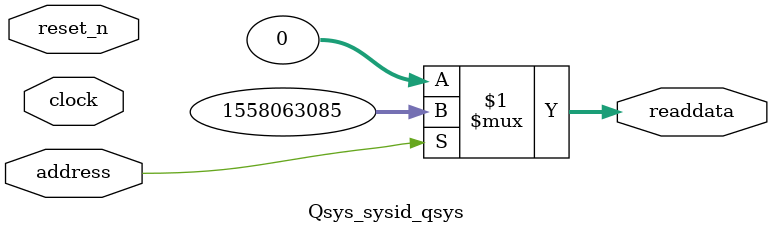
<source format=v>



// synthesis translate_off
`timescale 1ns / 1ps
// synthesis translate_on

// turn off superfluous verilog processor warnings 
// altera message_level Level1 
// altera message_off 10034 10035 10036 10037 10230 10240 10030 

module Qsys_sysid_qsys (
               // inputs:
                address,
                clock,
                reset_n,

               // outputs:
                readdata
             )
;

  output  [ 31: 0] readdata;
  input            address;
  input            clock;
  input            reset_n;

  wire    [ 31: 0] readdata;
  //control_slave, which is an e_avalon_slave
  assign readdata = address ? 1558063085 : 0;

endmodule



</source>
